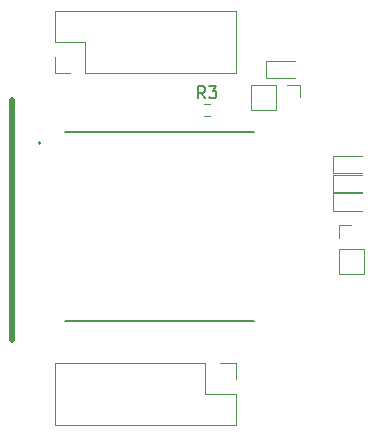
<source format=gbr>
%TF.GenerationSoftware,KiCad,Pcbnew,7.0.5*%
%TF.CreationDate,2024-01-26T22:20:05-05:00*%
%TF.ProjectId,LORA,4c4f5241-2e6b-4696-9361-645f70636258,rev?*%
%TF.SameCoordinates,Original*%
%TF.FileFunction,Legend,Top*%
%TF.FilePolarity,Positive*%
%FSLAX46Y46*%
G04 Gerber Fmt 4.6, Leading zero omitted, Abs format (unit mm)*
G04 Created by KiCad (PCBNEW 7.0.5) date 2024-01-26 22:20:05*
%MOMM*%
%LPD*%
G01*
G04 APERTURE LIST*
%ADD10C,0.150000*%
%ADD11C,0.120000*%
%ADD12C,0.500000*%
%ADD13C,0.200000*%
%ADD14C,0.127000*%
G04 APERTURE END LIST*
D10*
%TO.C,R3*%
X155230833Y-89948440D02*
X154897500Y-89472249D01*
X154659405Y-89948440D02*
X154659405Y-88948440D01*
X154659405Y-88948440D02*
X155040357Y-88948440D01*
X155040357Y-88948440D02*
X155135595Y-88996059D01*
X155135595Y-88996059D02*
X155183214Y-89043678D01*
X155183214Y-89043678D02*
X155230833Y-89138916D01*
X155230833Y-89138916D02*
X155230833Y-89281773D01*
X155230833Y-89281773D02*
X155183214Y-89377011D01*
X155183214Y-89377011D02*
X155135595Y-89424630D01*
X155135595Y-89424630D02*
X155040357Y-89472249D01*
X155040357Y-89472249D02*
X154659405Y-89472249D01*
X155564167Y-88948440D02*
X156183214Y-88948440D01*
X156183214Y-88948440D02*
X155849881Y-89329392D01*
X155849881Y-89329392D02*
X155992738Y-89329392D01*
X155992738Y-89329392D02*
X156087976Y-89377011D01*
X156087976Y-89377011D02*
X156135595Y-89424630D01*
X156135595Y-89424630D02*
X156183214Y-89519868D01*
X156183214Y-89519868D02*
X156183214Y-89757963D01*
X156183214Y-89757963D02*
X156135595Y-89853201D01*
X156135595Y-89853201D02*
X156087976Y-89900821D01*
X156087976Y-89900821D02*
X155992738Y-89948440D01*
X155992738Y-89948440D02*
X155707024Y-89948440D01*
X155707024Y-89948440D02*
X155611786Y-89900821D01*
X155611786Y-89900821D02*
X155564167Y-89853201D01*
D11*
%TO.C,J6*%
X161190000Y-90928621D02*
X159130000Y-90928621D01*
X162190000Y-88808621D02*
X163250000Y-88808621D01*
X163250000Y-88808621D02*
X163250000Y-89868621D01*
X161190000Y-88808621D02*
X161190000Y-90928621D01*
X159130000Y-88808621D02*
X159130000Y-90928621D01*
X161190000Y-88808621D02*
X159130000Y-88808621D01*
%TO.C,J5*%
X168670000Y-102748621D02*
X168670000Y-104808621D01*
X166550000Y-101748621D02*
X166550000Y-100688621D01*
X166550000Y-100688621D02*
X167610000Y-100688621D01*
X166550000Y-102748621D02*
X168670000Y-102748621D01*
X166550000Y-104808621D02*
X168670000Y-104808621D01*
X166550000Y-102748621D02*
X166550000Y-104808621D01*
%TO.C,D4*%
X168535000Y-98013621D02*
X166075000Y-98013621D01*
X166075000Y-99483621D02*
X168535000Y-99483621D01*
X166075000Y-98013621D02*
X166075000Y-99483621D01*
%TO.C,D3*%
X162810000Y-86813621D02*
X160350000Y-86813621D01*
X160350000Y-88283621D02*
X162810000Y-88283621D01*
X160350000Y-86813621D02*
X160350000Y-88283621D01*
%TO.C,D2*%
X168535000Y-96413621D02*
X166075000Y-96413621D01*
X166075000Y-97883621D02*
X168535000Y-97883621D01*
X166075000Y-96413621D02*
X166075000Y-97883621D01*
%TO.C,D1*%
X168535000Y-94807632D02*
X166075000Y-94807632D01*
X166075000Y-96277632D02*
X168535000Y-96277632D01*
X166075000Y-94807632D02*
X166075000Y-96277632D01*
%TO.C,R3*%
X155142776Y-90401121D02*
X155652224Y-90401121D01*
X155142776Y-91446121D02*
X155652224Y-91446121D01*
%TO.C,J1*%
X142480000Y-87795599D02*
X142480000Y-86465599D01*
X143810000Y-87795599D02*
X142480000Y-87795599D01*
X145080000Y-87795599D02*
X157840000Y-87795599D01*
X145080000Y-87795599D02*
X145080000Y-85195599D01*
X157840000Y-87795599D02*
X157840000Y-82595599D01*
X142480000Y-85195599D02*
X142480000Y-82595599D01*
X145080000Y-85195599D02*
X142480000Y-85195599D01*
X142480000Y-82595599D02*
X157840000Y-82595599D01*
%TO.C,J2*%
X157840000Y-112413621D02*
X157840000Y-113743621D01*
X156510000Y-112413621D02*
X157840000Y-112413621D01*
X155240000Y-112413621D02*
X142480000Y-112413621D01*
X155240000Y-112413621D02*
X155240000Y-115013621D01*
X142480000Y-112413621D02*
X142480000Y-117613621D01*
X157840000Y-115013621D02*
X157840000Y-117613621D01*
X155240000Y-115013621D02*
X157840000Y-115013621D01*
X157840000Y-117613621D02*
X142480000Y-117613621D01*
D12*
%TO.C,U2*%
X138860000Y-110458621D02*
X138860000Y-90138621D01*
D13*
%TO.C,U1*%
X141297500Y-93748621D02*
G75*
G03*
X141297500Y-93748621I-100000J0D01*
G01*
D14*
X143347500Y-108798621D02*
X159347500Y-108798621D01*
X143347500Y-92798621D02*
X159347500Y-92798621D01*
%TD*%
M02*

</source>
